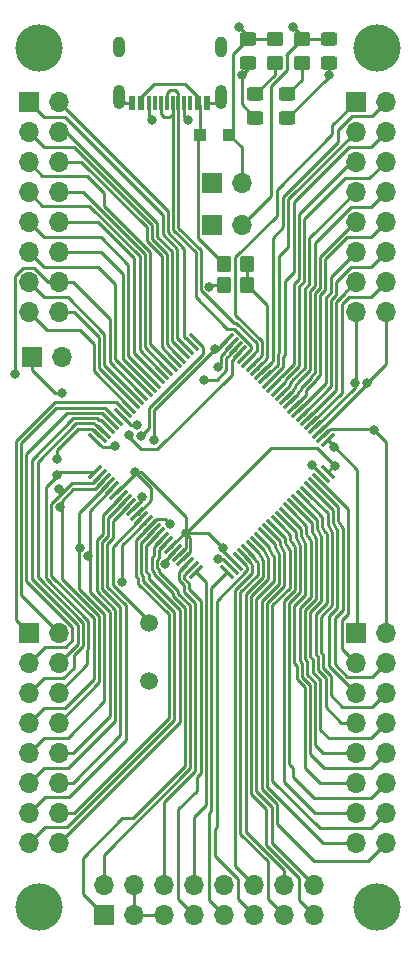
<source format=gtl>
%TF.GenerationSoftware,KiCad,Pcbnew,6.0.11+dfsg-1~bpo11+1*%
%TF.CreationDate,2023-05-10T08:43:11-04:00*%
%TF.ProjectId,proto-stm32f427,70726f74-6f2d-4737-946d-333266343237,rev?*%
%TF.SameCoordinates,Original*%
%TF.FileFunction,Copper,L1,Top*%
%TF.FilePolarity,Positive*%
%FSLAX46Y46*%
G04 Gerber Fmt 4.6, Leading zero omitted, Abs format (unit mm)*
G04 Created by KiCad (PCBNEW 6.0.11+dfsg-1~bpo11+1) date 2023-05-10 08:43:11*
%MOMM*%
%LPD*%
G01*
G04 APERTURE LIST*
G04 Aperture macros list*
%AMRoundRect*
0 Rectangle with rounded corners*
0 $1 Rounding radius*
0 $2 $3 $4 $5 $6 $7 $8 $9 X,Y pos of 4 corners*
0 Add a 4 corners polygon primitive as box body*
4,1,4,$2,$3,$4,$5,$6,$7,$8,$9,$2,$3,0*
0 Add four circle primitives for the rounded corners*
1,1,$1+$1,$2,$3*
1,1,$1+$1,$4,$5*
1,1,$1+$1,$6,$7*
1,1,$1+$1,$8,$9*
0 Add four rect primitives between the rounded corners*
20,1,$1+$1,$2,$3,$4,$5,0*
20,1,$1+$1,$4,$5,$6,$7,0*
20,1,$1+$1,$6,$7,$8,$9,0*
20,1,$1+$1,$8,$9,$2,$3,0*%
%AMRotRect*
0 Rectangle, with rotation*
0 The origin of the aperture is its center*
0 $1 length*
0 $2 width*
0 $3 Rotation angle, in degrees counterclockwise*
0 Add horizontal line*
21,1,$1,$2,0,0,$3*%
G04 Aperture macros list end*
%TA.AperFunction,ComponentPad*%
%ADD10C,4.000000*%
%TD*%
%TA.AperFunction,SMDPad,CuDef*%
%ADD11RoundRect,0.250000X-0.450000X0.325000X-0.450000X-0.325000X0.450000X-0.325000X0.450000X0.325000X0*%
%TD*%
%TA.AperFunction,ComponentPad*%
%ADD12R,1.700000X1.700000*%
%TD*%
%TA.AperFunction,ComponentPad*%
%ADD13O,1.700000X1.700000*%
%TD*%
%TA.AperFunction,ComponentPad*%
%ADD14C,1.500000*%
%TD*%
%TA.AperFunction,SMDPad,CuDef*%
%ADD15RoundRect,0.250000X0.450000X-0.325000X0.450000X0.325000X-0.450000X0.325000X-0.450000X-0.325000X0*%
%TD*%
%TA.AperFunction,SMDPad,CuDef*%
%ADD16RoundRect,0.250000X-0.450000X0.350000X-0.450000X-0.350000X0.450000X-0.350000X0.450000X0.350000X0*%
%TD*%
%TA.AperFunction,SMDPad,CuDef*%
%ADD17RotRect,1.500000X0.280000X45.000000*%
%TD*%
%TA.AperFunction,SMDPad,CuDef*%
%ADD18RotRect,1.500000X0.280000X135.000000*%
%TD*%
%TA.AperFunction,SMDPad,CuDef*%
%ADD19RoundRect,0.250000X0.350000X0.450000X-0.350000X0.450000X-0.350000X-0.450000X0.350000X-0.450000X0*%
%TD*%
%TA.AperFunction,SMDPad,CuDef*%
%ADD20R,1.000000X1.000000*%
%TD*%
%TA.AperFunction,SMDPad,CuDef*%
%ADD21R,0.600000X1.150000*%
%TD*%
%TA.AperFunction,SMDPad,CuDef*%
%ADD22R,0.300000X1.150000*%
%TD*%
%TA.AperFunction,ComponentPad*%
%ADD23O,1.000000X2.100000*%
%TD*%
%TA.AperFunction,ComponentPad*%
%ADD24O,1.000000X1.800000*%
%TD*%
%TA.AperFunction,ViaPad*%
%ADD25C,0.800000*%
%TD*%
%TA.AperFunction,Conductor*%
%ADD26C,0.250000*%
%TD*%
G04 APERTURE END LIST*
D10*
X156000000Y-183200000D03*
X127400000Y-183200000D03*
X127400000Y-110490000D03*
D11*
X145034000Y-109719000D03*
X145034000Y-111769000D03*
X151892000Y-109719000D03*
X151892000Y-111769000D03*
D12*
X126492000Y-160020000D03*
D13*
X129032000Y-160020000D03*
X126492000Y-162560000D03*
X129032000Y-162560000D03*
X126492000Y-165100000D03*
X129032000Y-165100000D03*
X126492000Y-167640000D03*
X129032000Y-167640000D03*
X126492000Y-170180000D03*
X129032000Y-170180000D03*
X126492000Y-172720000D03*
X129032000Y-172720000D03*
X126492000Y-175260000D03*
X129032000Y-175260000D03*
X126492000Y-177800000D03*
X129032000Y-177800000D03*
D12*
X154178000Y-115077000D03*
D13*
X156718000Y-115077000D03*
X154178000Y-117617000D03*
X156718000Y-117617000D03*
X154178000Y-120157000D03*
X156718000Y-120157000D03*
X154178000Y-122697000D03*
X156718000Y-122697000D03*
X154178000Y-125237000D03*
X156718000Y-125237000D03*
X154178000Y-127777000D03*
X156718000Y-127777000D03*
X154178000Y-130317000D03*
X156718000Y-130317000D03*
X154178000Y-132857000D03*
X156718000Y-132857000D03*
D12*
X141981000Y-121920000D03*
D13*
X144521000Y-121920000D03*
D14*
X136652000Y-159204000D03*
X136652000Y-164084000D03*
D12*
X132857000Y-183896000D03*
D13*
X132857000Y-181356000D03*
X135397000Y-183896000D03*
X135397000Y-181356000D03*
X137937000Y-183896000D03*
X137937000Y-181356000D03*
X140477000Y-183896000D03*
X140477000Y-181356000D03*
X143017000Y-183896000D03*
X143017000Y-181356000D03*
X145557000Y-183896000D03*
X145557000Y-181356000D03*
X148097000Y-183896000D03*
X148097000Y-181356000D03*
X150637000Y-183896000D03*
X150637000Y-181356000D03*
D12*
X126487000Y-115062000D03*
D13*
X129027000Y-115062000D03*
X126487000Y-117602000D03*
X129027000Y-117602000D03*
X126487000Y-120142000D03*
X129027000Y-120142000D03*
X126487000Y-122682000D03*
X129027000Y-122682000D03*
X126487000Y-125222000D03*
X129027000Y-125222000D03*
X126487000Y-127762000D03*
X129027000Y-127762000D03*
X126487000Y-130302000D03*
X129027000Y-130302000D03*
X126487000Y-132842000D03*
X129027000Y-132842000D03*
D15*
X145700000Y-116425000D03*
X145700000Y-114375000D03*
D16*
X149606000Y-109744000D03*
X149606000Y-111744000D03*
X147320000Y-109744000D03*
X147320000Y-111744000D03*
D17*
X132157216Y-146377503D03*
X132510769Y-146731056D03*
X132864323Y-147084610D03*
X133217876Y-147438163D03*
X133571429Y-147791716D03*
X133924983Y-148145270D03*
X134278536Y-148498823D03*
X134632089Y-148852377D03*
X134985643Y-149205930D03*
X135339196Y-149559483D03*
X135692750Y-149913037D03*
X136046303Y-150266590D03*
X136399856Y-150620144D03*
X136753410Y-150973697D03*
X137106963Y-151327250D03*
X137460517Y-151680804D03*
X137814070Y-152034357D03*
X138167623Y-152387911D03*
X138521177Y-152741464D03*
X138874730Y-153095017D03*
X139228284Y-153448571D03*
X139581837Y-153802124D03*
X139935390Y-154155677D03*
X140288944Y-154509231D03*
X140642497Y-154862784D03*
D18*
X143329503Y-154862784D03*
X143683056Y-154509231D03*
X144036610Y-154155677D03*
X144390163Y-153802124D03*
X144743716Y-153448571D03*
X145097270Y-153095017D03*
X145450823Y-152741464D03*
X145804377Y-152387911D03*
X146157930Y-152034357D03*
X146511483Y-151680804D03*
X146865037Y-151327250D03*
X147218590Y-150973697D03*
X147572144Y-150620144D03*
X147925697Y-150266590D03*
X148279250Y-149913037D03*
X148632804Y-149559483D03*
X148986357Y-149205930D03*
X149339911Y-148852377D03*
X149693464Y-148498823D03*
X150047017Y-148145270D03*
X150400571Y-147791716D03*
X150754124Y-147438163D03*
X151107677Y-147084610D03*
X151461231Y-146731056D03*
X151814784Y-146377503D03*
D17*
X151814784Y-143690497D03*
X151461231Y-143336944D03*
X151107677Y-142983390D03*
X150754124Y-142629837D03*
X150400571Y-142276284D03*
X150047017Y-141922730D03*
X149693464Y-141569177D03*
X149339911Y-141215623D03*
X148986357Y-140862070D03*
X148632804Y-140508517D03*
X148279250Y-140154963D03*
X147925697Y-139801410D03*
X147572144Y-139447856D03*
X147218590Y-139094303D03*
X146865037Y-138740750D03*
X146511483Y-138387196D03*
X146157930Y-138033643D03*
X145804377Y-137680089D03*
X145450823Y-137326536D03*
X145097270Y-136972983D03*
X144743716Y-136619429D03*
X144390163Y-136265876D03*
X144036610Y-135912323D03*
X143683056Y-135558769D03*
X143329503Y-135205216D03*
D18*
X140642497Y-135205216D03*
X140288944Y-135558769D03*
X139935390Y-135912323D03*
X139581837Y-136265876D03*
X139228284Y-136619429D03*
X138874730Y-136972983D03*
X138521177Y-137326536D03*
X138167623Y-137680089D03*
X137814070Y-138033643D03*
X137460517Y-138387196D03*
X137106963Y-138740750D03*
X136753410Y-139094303D03*
X136399856Y-139447856D03*
X136046303Y-139801410D03*
X135692750Y-140154963D03*
X135339196Y-140508517D03*
X134985643Y-140862070D03*
X134632089Y-141215623D03*
X134278536Y-141569177D03*
X133924983Y-141922730D03*
X133571429Y-142276284D03*
X133217876Y-142629837D03*
X132864323Y-142983390D03*
X132510769Y-143336944D03*
X132157216Y-143690497D03*
D19*
X145018000Y-128778000D03*
X143018000Y-128778000D03*
D20*
X143490000Y-117856000D03*
X140990000Y-117856000D03*
D15*
X148400000Y-116425000D03*
X148400000Y-114375000D03*
D21*
X141630000Y-115186000D03*
X140830000Y-115186000D03*
D22*
X139680000Y-115186000D03*
X138680000Y-115186000D03*
X138180000Y-115186000D03*
X137180000Y-115186000D03*
D21*
X136030000Y-115186000D03*
X135230000Y-115186000D03*
X135230000Y-115186000D03*
X136030000Y-115186000D03*
D22*
X136680000Y-115186000D03*
X137680000Y-115186000D03*
X139180000Y-115186000D03*
X140180000Y-115186000D03*
D21*
X140830000Y-115186000D03*
X141630000Y-115186000D03*
D23*
X142750000Y-114611000D03*
D24*
X142750000Y-110431000D03*
D23*
X134110000Y-114611000D03*
D24*
X134110000Y-110431000D03*
D12*
X154178000Y-160020000D03*
D13*
X156718000Y-160020000D03*
X154178000Y-162560000D03*
X156718000Y-162560000D03*
X154178000Y-165100000D03*
X156718000Y-165100000D03*
X154178000Y-167640000D03*
X156718000Y-167640000D03*
X154178000Y-170180000D03*
X156718000Y-170180000D03*
X154178000Y-172720000D03*
X156718000Y-172720000D03*
X154178000Y-175260000D03*
X156718000Y-175260000D03*
X154178000Y-177800000D03*
X156718000Y-177800000D03*
D10*
X155956000Y-110490000D03*
D12*
X141986000Y-125476000D03*
D13*
X144526000Y-125476000D03*
D12*
X126746000Y-136652000D03*
D13*
X129286000Y-136652000D03*
D19*
X145000000Y-130600000D03*
X143000000Y-130600000D03*
D25*
X128900000Y-145300000D03*
X141800000Y-130700000D03*
X142558406Y-153739533D03*
X136136665Y-148479243D03*
X138073428Y-154168382D03*
X129300000Y-139735001D03*
X137100000Y-143700000D03*
X135478782Y-146368173D03*
X133787701Y-144212299D03*
X142935101Y-152813733D03*
X152400000Y-145900000D03*
X142500000Y-137500000D03*
X142300000Y-135974500D03*
X139800000Y-151600000D03*
X141312299Y-138612299D03*
X150500000Y-145800000D03*
X125300000Y-138100000D03*
X135968711Y-143383785D03*
X134974001Y-143238938D03*
X144526000Y-112776000D03*
X151892000Y-112776000D03*
X144272000Y-108712000D03*
X148844000Y-108712000D03*
X138500000Y-150800000D03*
X134400000Y-155700000D03*
X131526997Y-153542702D03*
X129121316Y-149370612D03*
X130867583Y-152791584D03*
X128905000Y-146685000D03*
X129032000Y-147828000D03*
X135698501Y-142421500D03*
X139954000Y-116586000D03*
X136906000Y-116586000D03*
X152389500Y-144273857D03*
X155700000Y-142800000D03*
X155104500Y-138881222D03*
X154103003Y-138904324D03*
D26*
X134400000Y-152620000D02*
X134400000Y-155700000D01*
X136399856Y-150620144D02*
X134400000Y-152620000D01*
X133662499Y-152014704D02*
X133150499Y-152526704D01*
X136652000Y-159204000D02*
X136652000Y-158985709D01*
X132751497Y-151654326D02*
X132251497Y-152154326D01*
X134632089Y-148852377D02*
X133212998Y-150271468D01*
X133212998Y-150271468D02*
X133212998Y-151828515D01*
X133600000Y-152712893D02*
X136046303Y-150266590D01*
X134252509Y-168701572D02*
X130234081Y-172720000D01*
X127857000Y-173895000D02*
X126492000Y-175260000D01*
X133803008Y-167440992D02*
X129794000Y-171450000D01*
X132251497Y-152154326D02*
X132251497Y-156492276D01*
X127762000Y-168910000D02*
X126492000Y-170180000D01*
X132904006Y-165799994D02*
X129794000Y-168910000D01*
X133150499Y-156119898D02*
X134702010Y-157671409D01*
X132700998Y-156306087D02*
X134252509Y-157857598D01*
X133600000Y-155933709D02*
X133600000Y-152712893D01*
X133217876Y-147438163D02*
X130802497Y-149853542D01*
X127762000Y-171450000D02*
X126492000Y-172720000D01*
X132904006Y-158416165D02*
X132904006Y-165799994D01*
X130802497Y-149853542D02*
X130802497Y-156314656D01*
X129794000Y-168910000D02*
X127762000Y-168910000D01*
X130234081Y-172720000D02*
X129032000Y-172720000D01*
X129794000Y-171450000D02*
X127762000Y-171450000D01*
X134702010Y-157671409D02*
X134702010Y-169081990D01*
X134702010Y-169081990D02*
X129889000Y-173895000D01*
X133803008Y-158043787D02*
X133803008Y-167440992D01*
X132700998Y-152340515D02*
X132700998Y-156306087D01*
X130802497Y-156314656D02*
X132904006Y-158416165D01*
X134252509Y-157857598D02*
X134252509Y-168701572D01*
X129889000Y-173895000D02*
X127857000Y-173895000D01*
X132751497Y-150025862D02*
X132751497Y-151654326D01*
X133662499Y-150529074D02*
X133662499Y-152014704D01*
X132251497Y-156492276D02*
X133803008Y-158043787D01*
X134278536Y-148498823D02*
X132751497Y-150025862D01*
X133212998Y-151828515D02*
X132700998Y-152340515D01*
X134985643Y-149205930D02*
X133662499Y-150529074D01*
X133150499Y-152526704D02*
X133150499Y-156119898D01*
X136652000Y-158985709D02*
X133600000Y-155933709D01*
X132310001Y-142478566D02*
X132214054Y-142382619D01*
X128396816Y-149070514D02*
X128396816Y-155180355D01*
X130302000Y-162951701D02*
X129423701Y-163830000D01*
X131688998Y-149674147D02*
X131688998Y-156565467D01*
X132005004Y-163904996D02*
X129540000Y-166370000D01*
X131106002Y-161122394D02*
X130302000Y-161926396D01*
X129423701Y-163830000D02*
X127762000Y-163830000D01*
X132157216Y-146377503D02*
X129212497Y-146377503D01*
X131555503Y-161371032D02*
X131473493Y-161453042D01*
X131555503Y-158974732D02*
X131555503Y-161371032D01*
X127254000Y-155308919D02*
X131106002Y-159160921D01*
X130290744Y-141837170D02*
X126746000Y-145381914D01*
X129540000Y-166370000D02*
X127762000Y-166370000D01*
X132682814Y-141387669D02*
X133571429Y-142276284D01*
X127762000Y-166370000D02*
X126492000Y-167640000D01*
X133571429Y-147791716D02*
X131688998Y-149674147D01*
X129286000Y-149352000D02*
X129286000Y-155433849D01*
X132454505Y-164217495D02*
X129032000Y-167640000D01*
X131106002Y-159160921D02*
X131106002Y-161122394D01*
X127947315Y-147642685D02*
X127947315Y-155366544D01*
X129212497Y-146377503D02*
X127947315Y-147642685D01*
X131473493Y-161453042D02*
X131473493Y-162658507D01*
X130135502Y-147331828D02*
X128396816Y-149070514D01*
X132214054Y-142382619D02*
X132143344Y-142382619D01*
X131473493Y-162658507D02*
X129032000Y-165100000D01*
X130656501Y-160935499D02*
X129032000Y-162560000D01*
X132143344Y-142382619D02*
X132047396Y-142286671D01*
X133353507Y-158229976D02*
X133353507Y-167060574D01*
X131909997Y-147331828D02*
X130135502Y-147331828D01*
X131688998Y-156565467D02*
X133353507Y-158229976D01*
X132314256Y-142478566D02*
X132310001Y-142478566D01*
X132047396Y-142286671D02*
X130476933Y-142286671D01*
X128396816Y-155180355D02*
X132005004Y-158788543D01*
X129635000Y-161195000D02*
X130207000Y-160623000D01*
X130234081Y-170180000D02*
X129032000Y-170180000D01*
X127762000Y-163830000D02*
X126492000Y-165100000D01*
X127947315Y-155366544D02*
X131555503Y-158974732D01*
X130302000Y-161926396D02*
X130302000Y-162951701D01*
X133353507Y-167060574D02*
X130234081Y-170180000D01*
X132864323Y-142983390D02*
X132819080Y-142983390D01*
X130656501Y-159347110D02*
X130656501Y-160935499D01*
X126746000Y-155436609D02*
X130656501Y-159347110D01*
X126746000Y-145381914D02*
X126746000Y-155436609D01*
X133217876Y-142629837D02*
X132617104Y-142029065D01*
X126296499Y-155622798D02*
X126296499Y-144847811D01*
X130207000Y-160623000D02*
X130207000Y-159533299D01*
X132496190Y-142029065D02*
X132304295Y-141837170D01*
X132819080Y-142983390D02*
X132314256Y-142478566D01*
X126492000Y-162560000D02*
X127857000Y-161195000D01*
X132304295Y-141837170D02*
X130290744Y-141837170D01*
X132617104Y-142029065D02*
X132496190Y-142029065D01*
X132454505Y-158602354D02*
X132454505Y-164217495D01*
X132005004Y-158788543D02*
X132005004Y-163904996D01*
X126296499Y-144847811D02*
X129756641Y-141387669D01*
X132510769Y-146731056D02*
X131909997Y-147331828D01*
X127254000Y-145509604D02*
X127254000Y-155308919D01*
X129756641Y-141387669D02*
X132682814Y-141387669D01*
X127857000Y-161195000D02*
X129635000Y-161195000D01*
X129286000Y-155433849D02*
X132454505Y-158602354D01*
X130207000Y-159533299D02*
X126296499Y-155622798D01*
X130476933Y-142286671D02*
X127254000Y-145509604D01*
X148400000Y-116425000D02*
X151892000Y-112933000D01*
X151892000Y-112933000D02*
X151892000Y-112776000D01*
X149606000Y-111744000D02*
X149606000Y-113169000D01*
X149606000Y-113169000D02*
X148400000Y-114375000D01*
X149606000Y-109744000D02*
X148269586Y-111080414D01*
X148269586Y-111080414D02*
X148345000Y-111155827D01*
X148345000Y-111155827D02*
X148345000Y-112366396D01*
X148345000Y-112366396D02*
X147000000Y-113711396D01*
X147000000Y-113711396D02*
X147000000Y-123002000D01*
X147000000Y-123002000D02*
X144526000Y-125476000D01*
X145700000Y-116425000D02*
X144526000Y-115251000D01*
X144526000Y-115251000D02*
X144526000Y-112776000D01*
X147320000Y-111744000D02*
X147320000Y-112755000D01*
X147320000Y-112755000D02*
X145700000Y-114375000D01*
X126746000Y-136652000D02*
X126746000Y-137752000D01*
X133875967Y-140459501D02*
X128694494Y-140459501D01*
X128694494Y-140459501D02*
X125397497Y-143756498D01*
X128729001Y-139735001D02*
X129300000Y-139735001D01*
X134632089Y-141215623D02*
X133875967Y-140459501D01*
X125397497Y-143756498D02*
X125397497Y-158925497D01*
X125397497Y-158925497D02*
X126492000Y-160020000D01*
X126746000Y-137752000D02*
X128729001Y-139735001D01*
X134278536Y-141569177D02*
X135130859Y-142421500D01*
X141243269Y-135805988D02*
X141243269Y-136395541D01*
X136650499Y-140988311D02*
X136650499Y-142701997D01*
X144390163Y-136265876D02*
X143674001Y-136982038D01*
X137400098Y-144424500D02*
X135971448Y-144424500D01*
X135971448Y-144424500D02*
X134974001Y-143427053D01*
X134974001Y-143427053D02*
X134974001Y-143238938D01*
X140642497Y-135205216D02*
X141243269Y-135805988D01*
X136650499Y-142701997D02*
X135968711Y-143383785D01*
X141243269Y-136395541D02*
X136650499Y-140988311D01*
X135130859Y-142421500D02*
X135698501Y-142421500D01*
X143674001Y-136982038D02*
X143674001Y-138150597D01*
X143674001Y-138150597D02*
X137400098Y-144424500D01*
X132157216Y-143690497D02*
X132757988Y-144291269D01*
X133708731Y-144291269D02*
X133787701Y-144212299D01*
X132757988Y-144291269D02*
X133708731Y-144291269D01*
X145034000Y-112268000D02*
X144526000Y-112776000D01*
X143764000Y-110989000D02*
X145034000Y-109719000D01*
X145034000Y-111769000D02*
X145034000Y-112268000D01*
X143764000Y-117582000D02*
X143764000Y-110989000D01*
X143490000Y-117856000D02*
X143764000Y-117582000D01*
X136482994Y-126835134D02*
X136482994Y-125685924D01*
X130304760Y-118872000D02*
X127757000Y-118872000D01*
X138196004Y-127912454D02*
X136932495Y-126648945D01*
X138196004Y-135587149D02*
X138196004Y-127912454D01*
X138874730Y-136972983D02*
X137746503Y-135844756D01*
X137381996Y-126462756D02*
X137381996Y-125313546D01*
X138645505Y-135329544D02*
X138645505Y-127726265D01*
X139581837Y-136265876D02*
X138645505Y-135329544D01*
X127757000Y-116332000D02*
X126487000Y-115062000D01*
X129541380Y-116332000D02*
X127757000Y-116332000D01*
X137831497Y-126276567D02*
X137831497Y-124622117D01*
X136932495Y-126648945D02*
X136932495Y-125499735D01*
X139935390Y-135912323D02*
X139095006Y-135071939D01*
X141075500Y-127613500D02*
X139180000Y-125718000D01*
X141075500Y-131000098D02*
X141075500Y-127613500D01*
X143876293Y-133800891D02*
X141075500Y-131000098D01*
X137831497Y-124622117D02*
X129541380Y-116332000D01*
X139180000Y-125718000D02*
X139180000Y-115186000D01*
X129670450Y-117602000D02*
X129027000Y-117602000D01*
X138645505Y-127726265D02*
X137381996Y-126462756D01*
X144081854Y-133800891D02*
X143876293Y-133800891D01*
X138680000Y-124075690D02*
X138730499Y-124126189D01*
X140625999Y-131561689D02*
X143315201Y-134250891D01*
X145698041Y-136252004D02*
X145794488Y-136155557D01*
X145794488Y-135513525D02*
X144081854Y-133800891D01*
X145344488Y-135699921D02*
X145344488Y-135969161D01*
X143018000Y-128778000D02*
X140806000Y-126566000D01*
X145097270Y-136923485D02*
X145698041Y-136322714D01*
X139095006Y-135071939D02*
X139095006Y-127540076D01*
X140806000Y-118040000D02*
X140990000Y-117856000D01*
X130939070Y-120142000D02*
X129027000Y-120142000D01*
X145794488Y-136155557D02*
X145794488Y-135513525D01*
X136482994Y-125685924D02*
X130939070Y-120142000D01*
X136932495Y-125499735D02*
X130304760Y-118872000D01*
X139228284Y-136619429D02*
X138196004Y-135587149D01*
X140806000Y-126566000D02*
X140806000Y-118040000D01*
X138680000Y-115828000D02*
X138680000Y-124075690D01*
X137746503Y-128098643D02*
X136482994Y-126835134D01*
X138280998Y-126090378D02*
X138280998Y-124315998D01*
X138730499Y-124126189D02*
X138730499Y-125904189D01*
X137746503Y-135844756D02*
X137746503Y-128098643D01*
X140288944Y-135558769D02*
X139688172Y-134957997D01*
X137381996Y-125313546D02*
X129670450Y-117602000D01*
X138730499Y-125904189D02*
X140625999Y-127799689D01*
X127757000Y-118872000D02*
X126487000Y-117602000D01*
X140625999Y-127799689D02*
X140625999Y-131561689D01*
X143315201Y-134250891D02*
X143895458Y-134250891D01*
X138280998Y-124315998D02*
X129027000Y-115062000D01*
X145097270Y-136972983D02*
X145097270Y-136923485D01*
X145698041Y-136322714D02*
X145698041Y-136252004D01*
X143895458Y-134250891D02*
X145344488Y-135699921D01*
X139095006Y-127540076D02*
X137831497Y-126276567D01*
X145344488Y-135969161D02*
X144743716Y-136569933D01*
X144743716Y-136569933D02*
X144743716Y-136619429D01*
X139688172Y-134957997D02*
X139688172Y-127497552D01*
X139688172Y-127497552D02*
X138280998Y-126090378D01*
X135382000Y-136308679D02*
X135382000Y-128276900D01*
X137460517Y-138387196D02*
X135382000Y-136308679D01*
X131597790Y-123857000D02*
X127662000Y-123857000D01*
X135890000Y-128149210D02*
X131597790Y-123857000D01*
X131058480Y-122682000D02*
X129027000Y-122682000D01*
X136339501Y-127963021D02*
X131058480Y-122682000D01*
X136339501Y-135851967D02*
X136339501Y-127963021D01*
X127662000Y-121317000D02*
X126487000Y-120142000D01*
X132900499Y-122740499D02*
X131477000Y-121317000D01*
X136789002Y-135594361D02*
X136789002Y-127776832D01*
X138521177Y-137326536D02*
X136789002Y-135594361D01*
X137814070Y-138033643D02*
X135890000Y-136109573D01*
X132327100Y-125222000D02*
X129027000Y-125222000D01*
X138167623Y-137680089D02*
X136339501Y-135851967D01*
X136789002Y-127776832D02*
X132900499Y-123888329D01*
X135890000Y-136109573D02*
X135890000Y-128149210D01*
X132900499Y-123888329D02*
X132900499Y-122740499D01*
X131477000Y-121317000D02*
X127662000Y-121317000D01*
X135382000Y-128276900D02*
X132327100Y-125222000D01*
X127662000Y-123857000D02*
X126487000Y-122682000D01*
X151892000Y-111769000D02*
X151892000Y-112776000D01*
X153881299Y-116252000D02*
X155543000Y-116252000D01*
X152654000Y-117479299D02*
X153881299Y-116252000D01*
X147149501Y-126546343D02*
X148023501Y-125672343D01*
X146157930Y-138033643D02*
X147124499Y-137067074D01*
X146244488Y-135327835D02*
X146244488Y-136532871D01*
X152654000Y-118491690D02*
X152654000Y-117479299D01*
X147124499Y-136995657D02*
X147149501Y-136970655D01*
X146244488Y-136532871D02*
X145450823Y-137326536D01*
X154178000Y-115077000D02*
X152204499Y-117050501D01*
X152204499Y-117797501D02*
X147500000Y-122502000D01*
X152204499Y-117050501D02*
X152204499Y-117797501D01*
X155543000Y-116252000D02*
X156718000Y-115077000D01*
X147149501Y-136970655D02*
X147149501Y-126546343D01*
X147500000Y-122502000D02*
X147500000Y-124682827D01*
X147500000Y-124682827D02*
X144000000Y-128182827D01*
X144000000Y-128182827D02*
X144000000Y-133083347D01*
X148023501Y-123122189D02*
X152654000Y-118491690D01*
X148023501Y-125672343D02*
X148023501Y-123122189D01*
X147124499Y-137067074D02*
X147124499Y-136995657D01*
X144000000Y-133083347D02*
X146244488Y-135327835D01*
X151461231Y-143336944D02*
X152062003Y-142736172D01*
X152062003Y-142736172D02*
X155636172Y-142736172D01*
X155636172Y-142736172D02*
X156718000Y-143818000D01*
X156718000Y-143818000D02*
X156718000Y-160020000D01*
X155104500Y-138986567D02*
X155104500Y-138881222D01*
X151107677Y-142983390D02*
X155104500Y-138986567D01*
X156718000Y-137267722D02*
X155104500Y-138881222D01*
X154178000Y-132857000D02*
X154178000Y-138829327D01*
X156718000Y-132857000D02*
X156718000Y-137267722D01*
X150754124Y-142629837D02*
X154103003Y-139280958D01*
X154103003Y-139280958D02*
X154103003Y-138904324D01*
X154178000Y-138829327D02*
X154103003Y-138904324D01*
X132939922Y-140937669D02*
X128852016Y-140937669D01*
X128852016Y-140937669D02*
X125846998Y-143942687D01*
X133924983Y-141922730D02*
X132939922Y-140937669D01*
X125846998Y-156834998D02*
X129032000Y-160020000D01*
X125846998Y-143942687D02*
X125846998Y-156834998D01*
X131860501Y-142736172D02*
X130663828Y-142736172D01*
X132461273Y-143336944D02*
X131860501Y-142736172D01*
X128900000Y-144500000D02*
X128900000Y-145300000D01*
X132510769Y-143336944D02*
X132461273Y-143336944D01*
X130663828Y-142736172D02*
X128900000Y-144500000D01*
X135397000Y-183896000D02*
X137937000Y-183896000D01*
X135397000Y-181356000D02*
X135397000Y-183896000D01*
X141900000Y-130600000D02*
X141800000Y-130700000D01*
X143000000Y-130600000D02*
X141900000Y-130600000D01*
X148922503Y-129461497D02*
X148922503Y-127163267D01*
X147574000Y-137324679D02*
X146511483Y-138387196D01*
X145000000Y-130600000D02*
X146700000Y-132300000D01*
X146865037Y-138740750D02*
X146865037Y-138691252D01*
X146865037Y-138691252D02*
X147465808Y-138090481D01*
X148048503Y-137485866D02*
X148048503Y-136635926D01*
X147599002Y-136449737D02*
X147599002Y-137156844D01*
X148160503Y-130223497D02*
X148922503Y-129461497D01*
X148922503Y-123558146D02*
X153608649Y-118872000D01*
X147574000Y-137181846D02*
X147574000Y-137324679D01*
X148048503Y-136635926D02*
X148160503Y-136523926D01*
X147599002Y-137156844D02*
X147574000Y-137181846D01*
X147465808Y-138068561D02*
X148048503Y-137485866D01*
X147711002Y-136337737D02*
X147599002Y-136449737D01*
X147711002Y-128110458D02*
X147711002Y-136337737D01*
X148473002Y-125858532D02*
X148472503Y-125859031D01*
X146700000Y-132300000D02*
X146700000Y-136784466D01*
X148473002Y-123321998D02*
X148473002Y-125858532D01*
X148922004Y-126045220D02*
X148922503Y-126044721D01*
X148922004Y-127162768D02*
X148922004Y-126045220D01*
X146700000Y-136784466D02*
X145804377Y-137680089D01*
X148472503Y-127348957D02*
X147711002Y-128110458D01*
X148922503Y-126044721D02*
X148922503Y-123558146D01*
X148922503Y-127163267D02*
X148922004Y-127162768D01*
X148472503Y-125859031D02*
X148472503Y-127348957D01*
X154178000Y-117617000D02*
X148473002Y-123321998D01*
X153608649Y-118872000D02*
X155463000Y-118872000D01*
X155463000Y-118872000D02*
X156718000Y-117617000D01*
X147465808Y-138090481D02*
X147465808Y-138068561D01*
X148160503Y-136523926D02*
X148160503Y-130223497D01*
X145018000Y-128778000D02*
X145018000Y-130582000D01*
X145018000Y-130582000D02*
X145000000Y-130600000D01*
X141630000Y-115186000D02*
X142175000Y-115186000D01*
X142175000Y-115186000D02*
X142750000Y-114611000D01*
X135230000Y-115186000D02*
X134685000Y-115186000D01*
X134685000Y-115186000D02*
X134110000Y-114611000D01*
X141721368Y-151600000D02*
X142935101Y-152813733D01*
X139800000Y-151600000D02*
X141721368Y-151600000D01*
X144036610Y-154155677D02*
X142935101Y-153054168D01*
X142913358Y-153739533D02*
X142558406Y-153739533D01*
X142935101Y-153054168D02*
X142935101Y-152813733D01*
X143683056Y-154509231D02*
X142913358Y-153739533D01*
X135727469Y-149913037D02*
X135692750Y-149913037D01*
X136861165Y-148779341D02*
X135727469Y-149913037D01*
X136861165Y-147750556D02*
X136861165Y-148779341D01*
X135478782Y-146368173D02*
X136861165Y-147750556D01*
X135339196Y-149559483D02*
X136136665Y-148762014D01*
X136136665Y-148762014D02*
X136136665Y-148479243D01*
X127857000Y-176435000D02*
X126492000Y-177800000D01*
X139177540Y-156446780D02*
X139177540Y-156704920D01*
X137348928Y-154468480D02*
X137566852Y-154686404D01*
X136449926Y-152691395D02*
X136449926Y-154840858D01*
X131064000Y-179070000D02*
X131064000Y-182103000D01*
X139270503Y-158069263D02*
X139270503Y-167561497D01*
X135550924Y-155213236D02*
X135768848Y-155431160D01*
X136899427Y-154654669D02*
X137117351Y-154872593D01*
X135768848Y-155431160D02*
X135768848Y-155838988D01*
X135550924Y-152176183D02*
X135550924Y-155213236D01*
X138728039Y-156891109D02*
X139720004Y-157883074D01*
X136449926Y-154840858D02*
X136667850Y-155058782D01*
X137566852Y-153650360D02*
X137348928Y-153868284D01*
X138371501Y-167189119D02*
X130300620Y-175260000D01*
X137106963Y-151327250D02*
X136000425Y-152433788D01*
X138167623Y-152387911D02*
X137566852Y-152988682D01*
X136000425Y-155027047D02*
X136218349Y-155244971D01*
X136218349Y-155652799D02*
X138821002Y-158255452D01*
X138371501Y-158441641D02*
X138371501Y-167189119D01*
X137814070Y-152034357D02*
X137117351Y-152731076D01*
X137117351Y-155022281D02*
X138728039Y-156632969D01*
X139720004Y-157883074D02*
X139720004Y-171305066D01*
X135768848Y-155838988D02*
X138371501Y-158441641D01*
X136218349Y-155244971D02*
X136218349Y-155652799D01*
X137566852Y-154686404D02*
X137566852Y-154836092D01*
X139270503Y-167561497D02*
X129032000Y-177800000D01*
X140169505Y-157696885D02*
X140169505Y-171491255D01*
X134440996Y-175693004D02*
X131064000Y-179070000D01*
X139720004Y-171305066D02*
X135332066Y-175693004D01*
X137117351Y-152731076D02*
X137117351Y-153464171D01*
X136753410Y-150973697D02*
X135550924Y-152176183D01*
X129761310Y-176435000D02*
X127857000Y-176435000D01*
X137117351Y-154872593D02*
X137117351Y-155022281D01*
X137566852Y-152988682D02*
X137566852Y-153650360D01*
X138073428Y-153896319D02*
X138073428Y-154168382D01*
X139177540Y-156704920D02*
X140169505Y-157696885D01*
X136899427Y-153682095D02*
X136899427Y-154654669D01*
X130300620Y-175260000D02*
X129032000Y-175260000D01*
X137460517Y-151680804D02*
X136449926Y-152691395D01*
X138874730Y-153095017D02*
X138073428Y-153896319D01*
X132857000Y-178803760D02*
X132857000Y-181356000D01*
X137117351Y-153464171D02*
X136899427Y-153682095D01*
X136667850Y-155058782D02*
X136667850Y-155466610D01*
X140169505Y-171491255D02*
X132857000Y-178803760D01*
X136667850Y-155466610D02*
X139270503Y-158069263D01*
X136000425Y-152433788D02*
X136000425Y-155027047D01*
X137566852Y-154836092D02*
X139177540Y-156446780D01*
X131064000Y-182103000D02*
X132857000Y-183896000D01*
X138728039Y-156632969D02*
X138728039Y-156891109D01*
X138821002Y-158255452D02*
X138821002Y-167375308D01*
X135332066Y-175693004D02*
X134440996Y-175693004D01*
X137348928Y-153868284D02*
X137348928Y-154468480D01*
X138821002Y-167375308D02*
X129761310Y-176435000D01*
X139800000Y-151600000D02*
X147000000Y-144400000D01*
X147000000Y-144400000D02*
X150900000Y-144400000D01*
X150900000Y-144400000D02*
X152400000Y-145900000D01*
X135478782Y-146368173D02*
X135968173Y-146368173D01*
X135968173Y-146368173D02*
X139800000Y-150200000D01*
X139800000Y-150200000D02*
X139800000Y-151600000D01*
X142300000Y-135974500D02*
X137100000Y-141174500D01*
X143683056Y-135558769D02*
X143082285Y-136159540D01*
X143224500Y-136773929D02*
X143224500Y-137800098D01*
X144036610Y-135912323D02*
X144036610Y-135961819D01*
X144036610Y-135961819D02*
X143224500Y-136773929D01*
X137100000Y-141174500D02*
X137100000Y-143700000D01*
X143082285Y-136159540D02*
X143082285Y-136280454D01*
X143224500Y-137800098D02*
X142412299Y-138612299D01*
X142749501Y-136613238D02*
X142749501Y-137250499D01*
X142412299Y-138612299D02*
X141312299Y-138612299D01*
X143082285Y-136280454D02*
X142749501Y-136613238D01*
X142749501Y-137250499D02*
X142500000Y-137500000D01*
X138072925Y-150372925D02*
X138500000Y-150800000D01*
X137354182Y-150372925D02*
X138072925Y-150372925D01*
X136753410Y-150973697D02*
X137354182Y-150372925D01*
X135478782Y-146368173D02*
X135478782Y-146591471D01*
X135478782Y-146591471D02*
X133924983Y-148145270D01*
X152292287Y-145900000D02*
X151814784Y-146377503D01*
X152400000Y-145900000D02*
X152292287Y-145900000D01*
X142300000Y-135974500D02*
X142560219Y-135974500D01*
X142560219Y-135974500D02*
X143329503Y-135205216D01*
X139829055Y-151629055D02*
X140200000Y-152000000D01*
X140200000Y-152000000D02*
X140200000Y-153183961D01*
X140200000Y-153183961D02*
X139581837Y-153802124D01*
X139800000Y-151600000D02*
X139829055Y-151629055D01*
X139829055Y-151629055D02*
X139829055Y-152847800D01*
X139829055Y-152847800D02*
X139228284Y-153448571D01*
X139800000Y-151600000D02*
X139662641Y-151600000D01*
X139662641Y-151600000D02*
X138521177Y-152741464D01*
X150500000Y-145800000D02*
X150530175Y-145800000D01*
X150530175Y-145800000D02*
X151461231Y-146731056D01*
X129027000Y-130302000D02*
X128148701Y-130302000D01*
X128148701Y-130302000D02*
X126946701Y-129100000D01*
X126946701Y-129100000D02*
X126027299Y-129100000D01*
X126027299Y-129100000D02*
X125300000Y-129827299D01*
X125300000Y-129827299D02*
X125300000Y-138100000D01*
X145034000Y-109719000D02*
X147295000Y-109719000D01*
X144521000Y-121920000D02*
X144521000Y-118887000D01*
X145034000Y-109719000D02*
X145034000Y-109474000D01*
X144521000Y-118887000D02*
X143490000Y-117856000D01*
X147295000Y-109719000D02*
X147320000Y-109744000D01*
X145034000Y-109474000D02*
X144272000Y-108712000D01*
X151867000Y-109744000D02*
X151892000Y-109719000D01*
X149606000Y-109474000D02*
X148844000Y-108712000D01*
X149606000Y-109744000D02*
X149606000Y-109474000D01*
X149606000Y-109744000D02*
X151867000Y-109744000D01*
X136030000Y-114610951D02*
X137102951Y-113538000D01*
X139757756Y-113538000D02*
X140830000Y-114610244D01*
X137102951Y-113538000D02*
X139757756Y-113538000D01*
X140990000Y-115346000D02*
X140830000Y-115186000D01*
X140830000Y-114610244D02*
X140830000Y-115186000D01*
X136030000Y-115186000D02*
X136030000Y-114610951D01*
X140990000Y-117856000D02*
X140990000Y-115346000D01*
X154178000Y-122697000D02*
X150271006Y-126603994D01*
X149856493Y-137584946D02*
X148814311Y-138627128D01*
X148622416Y-138912361D02*
X148622416Y-138983777D01*
X150271006Y-126603994D02*
X150271006Y-130459813D01*
X149856493Y-130874326D02*
X149856493Y-137584946D01*
X148622416Y-138983777D02*
X148526469Y-139079724D01*
X148718364Y-138816413D02*
X148622416Y-138912361D01*
X148718364Y-138744995D02*
X148718364Y-138816413D01*
X148814311Y-138627128D02*
X148814311Y-138649048D01*
X148526469Y-139151141D02*
X147925697Y-139751913D01*
X148814311Y-138649048D02*
X148718364Y-138744995D01*
X147925697Y-139751913D02*
X147925697Y-139801410D01*
X148526469Y-139079724D02*
X148526469Y-139151141D01*
X150271006Y-130459813D02*
X149856493Y-130874326D01*
X150305994Y-131060515D02*
X150720507Y-130646002D01*
X148880022Y-139433278D02*
X149071917Y-139241383D01*
X155463000Y-123952000D02*
X156718000Y-122697000D01*
X149071917Y-139098550D02*
X149167865Y-139002602D01*
X150305994Y-137771135D02*
X150305994Y-131060515D01*
X149167865Y-138931184D02*
X149263812Y-138835237D01*
X150720507Y-130646002D02*
X150720507Y-127032792D01*
X150720507Y-127032792D02*
X153801299Y-123952000D01*
X149263812Y-138835237D02*
X149263812Y-138813317D01*
X149167865Y-139002602D02*
X149167865Y-138931184D01*
X149263812Y-138813317D02*
X150305994Y-137771135D01*
X148880022Y-139554191D02*
X148880022Y-139433278D01*
X148279250Y-140154963D02*
X148880022Y-139554191D01*
X153801299Y-123952000D02*
X155463000Y-123952000D01*
X149071917Y-139241383D02*
X149071917Y-139098550D01*
X150755495Y-137957324D02*
X150388004Y-138324815D01*
X151170008Y-128167952D02*
X151170008Y-130832191D01*
X149521418Y-139427572D02*
X149329523Y-139619467D01*
X151170008Y-130832191D02*
X150755495Y-131246704D01*
X154178000Y-125237000D02*
X154100960Y-125237000D01*
X149329523Y-139811798D02*
X148632804Y-140508517D01*
X150388004Y-138324815D02*
X150388004Y-138418153D01*
X150755495Y-131246704D02*
X150755495Y-137957324D01*
X149329523Y-139619467D02*
X149329523Y-139811798D01*
X154100960Y-125237000D02*
X151170008Y-128167952D01*
X150388004Y-138418153D02*
X149521418Y-139284739D01*
X149521418Y-139284739D02*
X149521418Y-139427572D01*
X150837505Y-138604342D02*
X150837505Y-138511004D01*
X148986357Y-140862070D02*
X149970919Y-139877508D01*
X150837505Y-138511004D02*
X151204996Y-138143513D01*
X151204996Y-131432893D02*
X151619509Y-131018380D01*
X155463000Y-126492000D02*
X156718000Y-125237000D01*
X151619509Y-128354141D02*
X153481650Y-126492000D01*
X149970919Y-139470928D02*
X150837505Y-138604342D01*
X151204996Y-138143513D02*
X151204996Y-131432893D01*
X151619509Y-131018380D02*
X151619509Y-128354141D01*
X149970919Y-139877508D02*
X149970919Y-139470928D01*
X153481650Y-126492000D02*
X155463000Y-126492000D01*
X154178000Y-127777000D02*
X152069010Y-129885990D01*
X151654497Y-131619082D02*
X151654497Y-138901037D01*
X152069010Y-131204569D02*
X151654497Y-131619082D01*
X151654497Y-138901037D02*
X149339911Y-141215623D01*
X152069010Y-129885990D02*
X152069010Y-131204569D01*
X152518511Y-130314788D02*
X153801299Y-129032000D01*
X153801299Y-129032000D02*
X155463000Y-129032000D01*
X152103998Y-131805271D02*
X152518511Y-131390758D01*
X152518511Y-131390758D02*
X152518511Y-130314788D01*
X152103998Y-139158643D02*
X152103998Y-131805271D01*
X155463000Y-129032000D02*
X156718000Y-127777000D01*
X149693464Y-141569177D02*
X152103998Y-139158643D01*
X153312460Y-131232499D02*
X152553499Y-131991460D01*
X153312460Y-131182540D02*
X153312460Y-131232499D01*
X152553499Y-139416248D02*
X150047017Y-141922730D01*
X152553499Y-131991460D02*
X152553499Y-139416248D01*
X154178000Y-130317000D02*
X153312460Y-131182540D01*
X153003000Y-132177649D02*
X153608649Y-131572000D01*
X153003000Y-139673855D02*
X153003000Y-132177649D01*
X150400571Y-142276284D02*
X153003000Y-139673855D01*
X153608649Y-131572000D02*
X155463000Y-131572000D01*
X155463000Y-131572000D02*
X156718000Y-130317000D01*
X154178000Y-162560000D02*
X153003000Y-161385000D01*
X153003000Y-158910380D02*
X153532452Y-158380928D01*
X153532452Y-149509385D02*
X151107677Y-147084610D01*
X153003000Y-161385000D02*
X153003000Y-158910380D01*
X153532452Y-158380928D02*
X153532452Y-149509385D01*
X152890556Y-150766055D02*
X152794110Y-150669609D01*
X156718000Y-162560000D02*
X155543000Y-163735000D01*
X152400000Y-162686310D02*
X152400000Y-158756399D01*
X152712499Y-150517286D02*
X152712499Y-149396538D01*
X155543000Y-163735000D02*
X153448690Y-163735000D01*
X152966998Y-150913207D02*
X152890556Y-150836765D01*
X153448690Y-163735000D02*
X152400000Y-162686310D01*
X153082951Y-158073448D02*
X153082951Y-151100576D01*
X153082951Y-151100576D02*
X152966998Y-150984623D01*
X152400000Y-158756399D02*
X153082951Y-158073448D01*
X152712499Y-149396538D02*
X150754124Y-147438163D01*
X152966998Y-150984623D02*
X152966998Y-150913207D01*
X152794110Y-150598897D02*
X152712499Y-150517286D01*
X152890556Y-150836765D02*
X152890556Y-150766055D01*
X152794110Y-150669609D02*
X152794110Y-150598897D01*
X152441055Y-150952244D02*
X152344609Y-150855798D01*
X152344609Y-150855798D02*
X152344609Y-150785086D01*
X151892000Y-162814000D02*
X151892000Y-158628709D01*
X152517497Y-151170812D02*
X152517497Y-151099396D01*
X152633450Y-157887259D02*
X152633450Y-151286765D01*
X152517497Y-151099396D02*
X152441055Y-151022954D01*
X154178000Y-165100000D02*
X151892000Y-162814000D01*
X152344609Y-150785086D02*
X152262998Y-150703475D01*
X152262998Y-150703475D02*
X152262998Y-149654143D01*
X152262998Y-149654143D02*
X150400571Y-147791716D01*
X152633450Y-151286765D02*
X152517497Y-151170812D01*
X151892000Y-158628709D02*
X152633450Y-157887259D01*
X152441055Y-151022954D02*
X152441055Y-150952244D01*
X155543000Y-166275000D02*
X153067000Y-166275000D01*
X156718000Y-165100000D02*
X155543000Y-166275000D01*
X151813497Y-149911750D02*
X150047017Y-148145270D01*
X153067000Y-166275000D02*
X152103998Y-165311998D01*
X151991554Y-151138433D02*
X151895108Y-151041987D01*
X151246998Y-158638021D02*
X152183949Y-157701070D01*
X151895108Y-151041987D02*
X151895108Y-150971275D01*
X152183949Y-151472954D02*
X152087502Y-151376507D01*
X152183949Y-157701070D02*
X152183949Y-151472954D01*
X151895108Y-150971275D02*
X151813497Y-150889664D01*
X151813497Y-150889664D02*
X151813497Y-149911750D01*
X152087502Y-151376507D02*
X152087502Y-151305797D01*
X152067996Y-151286291D02*
X152067996Y-151285585D01*
X152067996Y-151285585D02*
X151991554Y-151209143D01*
X151442499Y-163000189D02*
X151442499Y-161852359D01*
X152087502Y-151305797D02*
X152067996Y-151286291D01*
X152103998Y-165311998D02*
X152103998Y-163661688D01*
X151991554Y-151209143D02*
X151991554Y-151138433D01*
X151442499Y-161852359D02*
X151246998Y-161656858D01*
X151246998Y-161656858D02*
X151246998Y-158638021D01*
X152103998Y-163661688D02*
X151442499Y-163000189D01*
X151445607Y-151228176D02*
X151445607Y-151157464D01*
X152975919Y-167640000D02*
X151654497Y-166318578D01*
X150992998Y-163186378D02*
X150992998Y-162038548D01*
X151618495Y-151471774D02*
X151542053Y-151395332D01*
X151542053Y-151324622D02*
X151445607Y-151228176D01*
X151445607Y-151157464D02*
X151363996Y-151075853D01*
X151363996Y-151075853D02*
X151363996Y-150169355D01*
X151542053Y-151395332D02*
X151542053Y-151324622D01*
X151638001Y-151562696D02*
X151638001Y-151491986D01*
X150797497Y-158451832D02*
X151734448Y-157514881D01*
X151638001Y-151491986D02*
X151618495Y-151472480D01*
X151654497Y-163847877D02*
X150992998Y-163186378D01*
X150992998Y-162038548D02*
X150797497Y-161843047D01*
X151734448Y-151659143D02*
X151638001Y-151562696D01*
X151654497Y-166318578D02*
X151654497Y-163847877D01*
X151363996Y-150169355D02*
X149693464Y-148498823D01*
X151618495Y-151472480D02*
X151618495Y-151471774D01*
X150797497Y-161843047D02*
X150797497Y-158451832D01*
X154178000Y-167640000D02*
X152975919Y-167640000D01*
X151734448Y-157514881D02*
X151734448Y-151659143D01*
X151168994Y-151658669D02*
X151168994Y-151657963D01*
X150996106Y-151343653D02*
X150914495Y-151262042D01*
X151284947Y-157328692D02*
X151284947Y-151845332D01*
X151168994Y-151657963D02*
X151092552Y-151581521D01*
X150543497Y-163372567D02*
X150543497Y-162224737D01*
X150914495Y-151262042D02*
X150914495Y-150426961D01*
X151188500Y-151678175D02*
X151168994Y-151658669D01*
X155448000Y-168910000D02*
X151892000Y-168910000D01*
X150996106Y-151414365D02*
X150996106Y-151343653D01*
X151092552Y-151510811D02*
X150996106Y-151414365D01*
X156718000Y-167640000D02*
X155448000Y-168910000D01*
X151092552Y-151581521D02*
X151092552Y-151510811D01*
X150914495Y-150426961D02*
X149339911Y-148852377D01*
X150347996Y-162029236D02*
X150347996Y-158265643D01*
X150543497Y-162224737D02*
X150347996Y-162029236D01*
X150347996Y-158265643D02*
X151284947Y-157328692D01*
X151188500Y-151748885D02*
X151188500Y-151678175D01*
X151892000Y-168910000D02*
X151204996Y-168222996D01*
X151204996Y-168222996D02*
X151204996Y-164034066D01*
X151284947Y-151845332D02*
X151188500Y-151748885D01*
X151204996Y-164034066D02*
X150543497Y-163372567D01*
X150719493Y-151844858D02*
X150719493Y-151844152D01*
X149898495Y-158079454D02*
X150835446Y-157142503D01*
X154178000Y-170180000D02*
X151384000Y-170180000D01*
X150719493Y-151844152D02*
X150643051Y-151767710D01*
X150738999Y-151864364D02*
X150719493Y-151844858D01*
X149898495Y-162215425D02*
X149898495Y-158079454D01*
X150546605Y-151529842D02*
X150464994Y-151448231D01*
X151384000Y-170180000D02*
X150755495Y-169551495D01*
X150464994Y-151448231D02*
X150464994Y-150684567D01*
X150835446Y-152031521D02*
X150738999Y-151935074D01*
X150643051Y-151697000D02*
X150546605Y-151600554D01*
X150835446Y-157142503D02*
X150835446Y-152031521D01*
X150738999Y-151935074D02*
X150738999Y-151864364D01*
X150464994Y-150684567D02*
X148986357Y-149205930D01*
X150093996Y-163558756D02*
X150093996Y-162410926D01*
X150093996Y-162410926D02*
X149898495Y-162215425D01*
X150755495Y-169551495D02*
X150755495Y-164220255D01*
X150755495Y-164220255D02*
X150093996Y-163558756D01*
X150546605Y-151600554D02*
X150546605Y-151529842D01*
X150643051Y-151767710D02*
X150643051Y-151697000D01*
X150193550Y-151953899D02*
X150193550Y-151883189D01*
X156718000Y-170180000D02*
X155448000Y-171450000D01*
X150289498Y-152050553D02*
X150269992Y-152031047D01*
X149448994Y-157893265D02*
X150385945Y-156956314D01*
X150289498Y-152121263D02*
X150289498Y-152050553D01*
X150269992Y-152031047D02*
X150269992Y-152030341D01*
X150305994Y-170286737D02*
X150305994Y-164406444D01*
X150269992Y-152030341D02*
X150193550Y-151953899D01*
X150097104Y-151716031D02*
X150015493Y-151634420D01*
X150385945Y-156956314D02*
X150385945Y-152217710D01*
X150193550Y-151883189D02*
X150097104Y-151786743D01*
X151469257Y-171450000D02*
X150305994Y-170286737D01*
X150015493Y-151634420D02*
X150015493Y-150942172D01*
X149644495Y-162597115D02*
X149448994Y-162401614D01*
X150015493Y-150942172D02*
X148632804Y-149559483D01*
X150305994Y-164406444D02*
X149644495Y-163744945D01*
X150097104Y-151786743D02*
X150097104Y-151716031D01*
X155448000Y-171450000D02*
X151469257Y-171450000D01*
X149448994Y-162401614D02*
X149448994Y-157893265D01*
X150385945Y-152217710D02*
X150289498Y-152121263D01*
X149644495Y-163744945D02*
X149644495Y-162597115D01*
X154178000Y-172720000D02*
X151130000Y-172720000D01*
X149936444Y-156770125D02*
X149936444Y-152403899D01*
X149839997Y-152236742D02*
X149820491Y-152217236D01*
X149565992Y-151820609D02*
X149565992Y-151199779D01*
X149194994Y-163931134D02*
X149194994Y-162783304D01*
X149856493Y-171446493D02*
X149856493Y-164592633D01*
X151130000Y-172720000D02*
X149856493Y-171446493D01*
X148999493Y-162587803D02*
X148999493Y-157707076D01*
X149820491Y-152217236D02*
X149820491Y-152216530D01*
X149856493Y-164592633D02*
X149194994Y-163931134D01*
X148999493Y-157707076D02*
X149936444Y-156770125D01*
X149194994Y-162783304D02*
X148999493Y-162587803D01*
X149820491Y-152216530D02*
X149744049Y-152140088D01*
X149744049Y-152140088D02*
X149744049Y-152069378D01*
X149744049Y-152069378D02*
X149647603Y-151972932D01*
X149936444Y-152403899D02*
X149839997Y-152307452D01*
X149839997Y-152307452D02*
X149839997Y-152236742D01*
X149565992Y-151199779D02*
X148279250Y-149913037D01*
X149647603Y-151902220D02*
X149565992Y-151820609D01*
X149647603Y-151972932D02*
X149647603Y-151902220D01*
X148844000Y-171450000D02*
X148549992Y-171155992D01*
X149486943Y-156583936D02*
X149486943Y-152590088D01*
X149294548Y-152326277D02*
X149294548Y-152255567D01*
X149294548Y-152255567D02*
X149198102Y-152159121D01*
X149198102Y-152088409D02*
X149116491Y-152006798D01*
X149370990Y-152402719D02*
X149294548Y-152326277D01*
X148844000Y-172212000D02*
X148844000Y-171450000D01*
X149116491Y-152006798D02*
X149116491Y-151457384D01*
X149370990Y-152403425D02*
X149370990Y-152402719D01*
X148549992Y-171155992D02*
X148549992Y-157520887D01*
X149390496Y-152493641D02*
X149390496Y-152422931D01*
X149198102Y-152159121D02*
X149198102Y-152088409D01*
X149486943Y-152590088D02*
X149390496Y-152493641D01*
X150622000Y-173990000D02*
X148844000Y-172212000D01*
X148549992Y-157520887D02*
X149486943Y-156583936D01*
X149116491Y-151457384D02*
X147925697Y-150266590D01*
X156718000Y-172720000D02*
X155448000Y-173990000D01*
X155448000Y-173990000D02*
X150622000Y-173990000D01*
X149390496Y-152422931D02*
X149370990Y-152403425D01*
X149037442Y-152776277D02*
X148940995Y-152679830D01*
X148666990Y-151714990D02*
X147572144Y-150620144D01*
X148100491Y-172612181D02*
X148100491Y-157334698D01*
X148666990Y-152192987D02*
X148666990Y-151714990D01*
X148748601Y-152274598D02*
X148666990Y-152192987D01*
X148921489Y-152589614D02*
X148921489Y-152588908D01*
X148845047Y-152441756D02*
X148748601Y-152345310D01*
X149037442Y-156397747D02*
X149037442Y-152776277D01*
X148748601Y-152345310D02*
X148748601Y-152274598D01*
X150748310Y-175260000D02*
X148100491Y-172612181D01*
X148100491Y-157334698D02*
X149037442Y-156397747D01*
X148940995Y-152609120D02*
X148921489Y-152589614D01*
X148940995Y-152679830D02*
X148940995Y-152609120D01*
X148921489Y-152588908D02*
X148845047Y-152512466D01*
X154178000Y-175260000D02*
X150748310Y-175260000D01*
X148845047Y-152512466D02*
X148845047Y-152441756D01*
X156718000Y-175260000D02*
X155448000Y-176530000D01*
X148491494Y-152795309D02*
X148471988Y-152775803D01*
X148395546Y-152627945D02*
X148299100Y-152531499D01*
X148299100Y-152460787D02*
X148217489Y-152379176D01*
X148587941Y-156211558D02*
X148587941Y-152962466D01*
X148587941Y-152962466D02*
X148491494Y-152866019D01*
X155448000Y-176530000D02*
X151130000Y-176530000D01*
X148491494Y-152866019D02*
X148491494Y-152795309D01*
X148395546Y-152698655D02*
X148395546Y-152627945D01*
X147124499Y-172524499D02*
X147124499Y-157675000D01*
X148217489Y-152379176D02*
X148217489Y-151972596D01*
X148299100Y-152531499D02*
X148299100Y-152460787D01*
X147124499Y-157675000D02*
X148587941Y-156211558D01*
X148471988Y-152775803D02*
X148471988Y-152775097D01*
X148471988Y-152775097D02*
X148395546Y-152698655D01*
X151130000Y-176530000D02*
X147124499Y-172524499D01*
X148217489Y-151972596D02*
X147218590Y-150973697D01*
X150622000Y-179324000D02*
X155194000Y-179324000D01*
X147318487Y-152751554D02*
X147400098Y-152833165D01*
X146511483Y-151680804D02*
X147318487Y-152487808D01*
X147400098Y-152903877D02*
X147496544Y-153000323D01*
X146225497Y-173247257D02*
X147513988Y-174535748D01*
X147496544Y-153000323D02*
X147496544Y-153071033D01*
X147513988Y-174535748D02*
X147513988Y-176215988D01*
X147513988Y-176215988D02*
X150622000Y-179324000D01*
X147496544Y-153071033D02*
X147572986Y-153147475D01*
X147688939Y-153334844D02*
X147688939Y-155839180D01*
X147572986Y-153148181D02*
X147592492Y-153167687D01*
X147592492Y-153238397D02*
X147688939Y-153334844D01*
X147592492Y-153167687D02*
X147592492Y-153238397D01*
X147572986Y-153147475D02*
X147572986Y-153148181D01*
X147318487Y-152487808D02*
X147318487Y-152751554D01*
X147400098Y-152833165D02*
X147400098Y-152903877D01*
X146225497Y-157302622D02*
X146225497Y-173247257D01*
X155194000Y-179324000D02*
X156718000Y-177800000D01*
X147688939Y-155839180D02*
X146225497Y-157302622D01*
X147946045Y-152814134D02*
X147849599Y-152717688D01*
X147946045Y-152884844D02*
X147946045Y-152814134D01*
X148022487Y-152961286D02*
X147946045Y-152884844D01*
X147849599Y-152646976D02*
X147767988Y-152565365D01*
X146674998Y-157488811D02*
X148138440Y-156025369D01*
X151413930Y-177800000D02*
X146674998Y-173061068D01*
X147849599Y-152717688D02*
X147849599Y-152646976D01*
X146674998Y-173061068D02*
X146674998Y-157488811D01*
X148138440Y-153148655D02*
X148041993Y-153052208D01*
X148041993Y-152981498D02*
X148022487Y-152961992D01*
X148022487Y-152961992D02*
X148022487Y-152961286D01*
X148138440Y-156025369D02*
X148138440Y-153148655D01*
X154178000Y-177800000D02*
X151413930Y-177800000D01*
X147767988Y-152565365D02*
X147767988Y-152230201D01*
X147767988Y-152230201D02*
X146865037Y-151327250D01*
X148041993Y-153052208D02*
X148041993Y-152981498D01*
X146673984Y-153520559D02*
X146693490Y-153540065D01*
X146501096Y-153276255D02*
X146597542Y-153372701D01*
X146789937Y-155466802D02*
X145326495Y-156930244D01*
X146501096Y-153205543D02*
X146501096Y-153276255D01*
X145326495Y-173619635D02*
X146614986Y-174908126D01*
X146693490Y-153540065D02*
X146693490Y-153610775D01*
X149410499Y-180765189D02*
X149410499Y-182669499D01*
X146419485Y-153123932D02*
X146501096Y-153205543D01*
X145804377Y-152387911D02*
X146419485Y-153003019D01*
X146614986Y-174908126D02*
X146614986Y-177969676D01*
X146693490Y-153610775D02*
X146789937Y-153707222D01*
X146789937Y-153707222D02*
X146789937Y-155466802D01*
X145326495Y-156930244D02*
X145326495Y-173619635D01*
X146597542Y-153372701D02*
X146597542Y-153443411D01*
X146419485Y-153003019D02*
X146419485Y-153123932D01*
X146597542Y-153443411D02*
X146673984Y-153519853D01*
X146614986Y-177969676D02*
X149410499Y-180765189D01*
X149410499Y-182669499D02*
X150637000Y-183896000D01*
X146673984Y-153519853D02*
X146673984Y-153520559D01*
X147142991Y-153424586D02*
X147142991Y-153353876D01*
X147123485Y-153334370D02*
X147123485Y-153333664D01*
X146868986Y-152937743D02*
X146868986Y-152745413D01*
X147123485Y-153333664D02*
X147047043Y-153257222D01*
X147064487Y-174721937D02*
X145775996Y-173433446D01*
X145775996Y-173433446D02*
X145775996Y-157116433D01*
X146868986Y-152745413D02*
X146157930Y-152034357D01*
X146950597Y-153019354D02*
X146868986Y-152937743D01*
X147064487Y-177783487D02*
X147064487Y-174721937D01*
X146950597Y-153090066D02*
X146950597Y-153019354D01*
X150637000Y-181356000D02*
X147064487Y-177783487D01*
X147047043Y-153257222D02*
X147047043Y-153186512D01*
X147239438Y-153521033D02*
X147142991Y-153424586D01*
X145775996Y-157116433D02*
X147239438Y-155652991D01*
X147142991Y-153353876D02*
X147123485Y-153334370D01*
X147047043Y-153186512D02*
X146950597Y-153090066D01*
X147239438Y-155652991D02*
X147239438Y-153521033D01*
X145698041Y-153745286D02*
X145698041Y-153815996D01*
X145793989Y-153983360D02*
X145890436Y-154079807D01*
X145890436Y-154079807D02*
X145890436Y-155094217D01*
X145774483Y-153892438D02*
X145774483Y-153893144D01*
X145698041Y-153815996D02*
X145774483Y-153892438D01*
X145097270Y-153144515D02*
X145698041Y-153745286D01*
X144409002Y-156575651D02*
X144409002Y-177035072D01*
X145793989Y-153912650D02*
X145793989Y-153983360D01*
X144409002Y-177035072D02*
X146733497Y-179359567D01*
X146733497Y-182532497D02*
X148097000Y-183896000D01*
X145097270Y-153095017D02*
X145097270Y-153144515D01*
X145774483Y-153893144D02*
X145793989Y-153912650D01*
X145890436Y-155094217D02*
X144409002Y-156575651D01*
X146733497Y-179359567D02*
X146733497Y-182532497D01*
X144876994Y-176867374D02*
X144876994Y-156744055D01*
X144876994Y-156744055D02*
X146340436Y-155280613D01*
X146243989Y-153796964D02*
X146243989Y-153726254D01*
X146340436Y-155280613D02*
X146340436Y-153893411D01*
X145969984Y-153310121D02*
X145969984Y-153260625D01*
X146051595Y-153391732D02*
X145969984Y-153310121D01*
X146051595Y-153462444D02*
X146051595Y-153391732D01*
X148097000Y-181356000D02*
X148097000Y-180087380D01*
X146340436Y-153893411D02*
X146243989Y-153796964D01*
X146224483Y-153706748D02*
X146224483Y-153706042D01*
X146243989Y-153726254D02*
X146224483Y-153706748D01*
X146224483Y-153706042D02*
X146148041Y-153629600D01*
X145969984Y-153260625D02*
X145450823Y-152741464D01*
X148097000Y-180087380D02*
X144876994Y-176867374D01*
X146148041Y-153558890D02*
X146051595Y-153462444D01*
X146148041Y-153629600D02*
X146148041Y-153558890D01*
X144894500Y-154306461D02*
X144869752Y-154331209D01*
X144192000Y-180869299D02*
X144192000Y-182531000D01*
X144192000Y-182531000D02*
X145557000Y-183896000D01*
X142417010Y-176480680D02*
X142240000Y-176657690D01*
X144990935Y-154721632D02*
X142417010Y-157295557D01*
X144390163Y-153802124D02*
X144894500Y-154306461D01*
X142417010Y-157295557D02*
X142417010Y-176480680D01*
X142240000Y-176657690D02*
X142240000Y-178917299D01*
X144990935Y-154452392D02*
X144990935Y-154721632D01*
X144869752Y-154331209D02*
X144990935Y-154452392D01*
X142240000Y-178917299D02*
X144192000Y-180869299D01*
X144743716Y-153498067D02*
X144743716Y-153448571D01*
X145440935Y-154908028D02*
X145440935Y-154265996D01*
X145344488Y-154098839D02*
X144743716Y-153498067D01*
X143959501Y-179758501D02*
X143959501Y-156389462D01*
X145557000Y-181356000D02*
X143959501Y-179758501D01*
X143959501Y-156389462D02*
X145440935Y-154908028D01*
X145344488Y-154169549D02*
X145344488Y-154098839D01*
X145440935Y-154265996D02*
X145344488Y-154169549D01*
X140477000Y-181356000D02*
X140477000Y-175645830D01*
X140477000Y-175645830D02*
X141518008Y-174604822D01*
X141518008Y-174604822D02*
X141518008Y-155738295D01*
X141518008Y-155738295D02*
X140642497Y-154862784D01*
X143329503Y-154862784D02*
X141967509Y-156224778D01*
X141967509Y-175082990D02*
X141790499Y-175260000D01*
X141790499Y-182669499D02*
X143017000Y-183896000D01*
X141790499Y-175260000D02*
X141790499Y-182669499D01*
X141967509Y-156224778D02*
X141967509Y-175082990D01*
X139192000Y-154899067D02*
X139192000Y-155568257D01*
X139627041Y-156518731D02*
X140619006Y-157510696D01*
X140619006Y-171677444D02*
X137937000Y-174359450D01*
X140619006Y-157510696D02*
X140619006Y-171677444D01*
X139627041Y-156003298D02*
X139627041Y-156518731D01*
X139935390Y-154155677D02*
X139192000Y-154899067D01*
X139192000Y-155568257D02*
X139627041Y-156003298D01*
X137937000Y-174359450D02*
X137937000Y-181356000D01*
X139151992Y-174956512D02*
X139151992Y-182570992D01*
X140076542Y-155817109D02*
X140076542Y-156332542D01*
X140716000Y-173392504D02*
X139151992Y-174956512D01*
X141068507Y-157324507D02*
X141068507Y-171863633D01*
X141068507Y-171863633D02*
X140716000Y-172216140D01*
X140716000Y-172216140D02*
X140716000Y-173392504D01*
X140076542Y-156332542D02*
X141068507Y-157324507D01*
X139151992Y-182570992D02*
X140477000Y-183896000D01*
X139688172Y-155110003D02*
X139688172Y-155428739D01*
X140288944Y-154509231D02*
X139688172Y-155110003D01*
X139688172Y-155428739D02*
X140076542Y-155817109D01*
X138180000Y-115186000D02*
X138180000Y-114311000D01*
X139180000Y-114311000D02*
X139180000Y-115186000D01*
X138180000Y-114311000D02*
X138445000Y-114046000D01*
X138915000Y-114046000D02*
X139180000Y-114311000D01*
X138445000Y-114046000D02*
X138915000Y-114046000D01*
X138680000Y-115186000D02*
X138680000Y-115828000D01*
X138680000Y-116061000D02*
X138409000Y-116332000D01*
X137680000Y-116061000D02*
X137680000Y-115186000D01*
X138680000Y-115828000D02*
X138680000Y-116061000D01*
X137951000Y-116332000D02*
X137680000Y-116061000D01*
X138409000Y-116332000D02*
X137951000Y-116332000D01*
X132080000Y-147868933D02*
X130261067Y-147868933D01*
X132864323Y-147084610D02*
X132080000Y-147868933D01*
X129286000Y-148844000D02*
X129286000Y-149352000D01*
X130261067Y-147868933D02*
X129286000Y-148844000D01*
X129139928Y-149352000D02*
X129121316Y-149370612D01*
X129286000Y-149352000D02*
X129139928Y-149352000D01*
X128011000Y-134366000D02*
X126487000Y-132842000D01*
X132000000Y-137876427D02*
X132000000Y-135556000D01*
X134985643Y-140862070D02*
X132000000Y-137876427D01*
X132000000Y-135556000D02*
X130810000Y-134366000D01*
X130810000Y-134366000D02*
X128011000Y-134366000D01*
X135692750Y-140154963D02*
X132900000Y-137362213D01*
X129794000Y-131572000D02*
X127757000Y-131572000D01*
X132900000Y-137362213D02*
X132900000Y-134678000D01*
X127757000Y-131572000D02*
X126487000Y-130302000D01*
X132900000Y-134678000D02*
X129794000Y-131572000D01*
X132450000Y-137619321D02*
X132450000Y-134990000D01*
X130302000Y-132842000D02*
X129027000Y-132842000D01*
X132450000Y-134990000D02*
X130302000Y-132842000D01*
X135339196Y-140508517D02*
X132450000Y-137619321D01*
X133799501Y-136847501D02*
X133799501Y-130497501D01*
X136399856Y-139447856D02*
X133799501Y-136847501D01*
X132334000Y-129032000D02*
X127757000Y-129032000D01*
X133799501Y-130497501D02*
X132334000Y-129032000D01*
X127757000Y-129032000D02*
X126487000Y-127762000D01*
X133349501Y-133422420D02*
X130229081Y-130302000D01*
X133349501Y-137104608D02*
X133349501Y-133422420D01*
X130229081Y-130302000D02*
X129027000Y-130302000D01*
X136046303Y-139801410D02*
X133349501Y-137104608D01*
X134932000Y-136565787D02*
X134932000Y-128836000D01*
X134932000Y-128836000D02*
X132588000Y-126492000D01*
X132588000Y-126492000D02*
X127757000Y-126492000D01*
X137106963Y-138740750D02*
X134932000Y-136565787D01*
X127757000Y-126492000D02*
X126487000Y-125222000D01*
X134482499Y-129656499D02*
X132588000Y-127762000D01*
X132588000Y-127762000D02*
X129027000Y-127762000D01*
X134482499Y-136823392D02*
X134482499Y-129656499D01*
X136753410Y-139094303D02*
X134482499Y-136823392D01*
X148172915Y-138797588D02*
X148172915Y-138726172D01*
X148364810Y-138440939D02*
X149406992Y-137398757D01*
X148172915Y-138726172D02*
X148268863Y-138630224D01*
X155353000Y-121522000D02*
X156718000Y-120157000D01*
X147572144Y-139447856D02*
X147572144Y-139398359D01*
X148364810Y-138462859D02*
X148364810Y-138440939D01*
X149406992Y-130688137D02*
X149821505Y-130273624D01*
X149406992Y-137398757D02*
X149406992Y-130688137D01*
X148268863Y-138558806D02*
X148364810Y-138462859D01*
X148268863Y-138630224D02*
X148268863Y-138558806D01*
X149821505Y-125006495D02*
X153306000Y-121522000D01*
X149821505Y-130273624D02*
X149821505Y-125006495D01*
X147572144Y-139398359D02*
X148172915Y-138797588D01*
X153306000Y-121522000D02*
X155353000Y-121522000D01*
X149371505Y-126976579D02*
X149372004Y-126977078D01*
X149372004Y-126230910D02*
X149371505Y-126231409D01*
X149372004Y-130087435D02*
X148957491Y-130501948D01*
X149372004Y-126977078D02*
X149372004Y-130087435D01*
X149372004Y-124566306D02*
X149372004Y-126230910D01*
X148957491Y-137212568D02*
X147915309Y-138254750D01*
X147218590Y-139044807D02*
X147218590Y-139094303D01*
X148957491Y-130501948D02*
X148957491Y-137212568D01*
X147819362Y-138372617D02*
X147819362Y-138444035D01*
X147915309Y-138254750D02*
X147915309Y-138276670D01*
X147915309Y-138276670D02*
X147819362Y-138372617D01*
X149371505Y-126231409D02*
X149371505Y-126976579D01*
X153781310Y-120157000D02*
X149372004Y-124566306D01*
X147819362Y-138444035D02*
X147218590Y-139044807D01*
X154178000Y-120157000D02*
X153781310Y-120157000D01*
X139680000Y-116312000D02*
X139680000Y-115186000D01*
X139954000Y-116586000D02*
X139680000Y-116312000D01*
X136680000Y-116360000D02*
X136680000Y-115186000D01*
X136906000Y-116586000D02*
X136680000Y-116360000D01*
X154315002Y-159882998D02*
X154315002Y-146190716D01*
X152398143Y-144273857D02*
X152389500Y-144273857D01*
X154315002Y-146190716D02*
X152398143Y-144273857D01*
X152398143Y-144273857D02*
X151814784Y-143690497D01*
X154178000Y-160020000D02*
X154315002Y-159882998D01*
M02*

</source>
